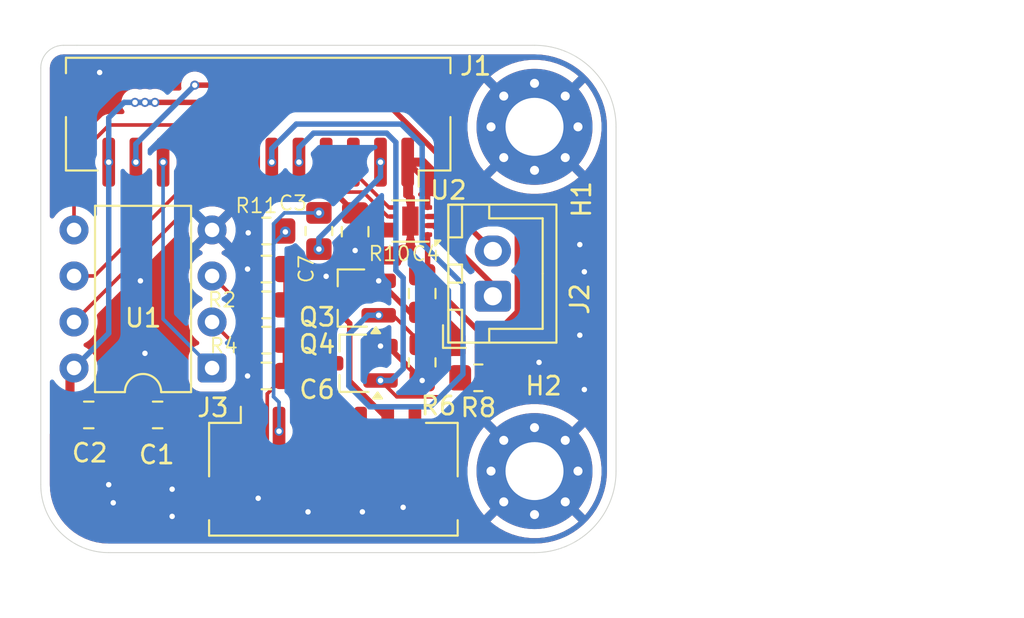
<source format=kicad_pcb>
(kicad_pcb (version 20241229) (generator "pcbnew") (generator_version "9.0")
  (layers (0 "F.Cu" signal) (2 "B.Cu" signal) (13 "F.Paste" user) (15 "B.Paste" user) (5 "F.SilkS" user "F.Silkscreen") (7 "B.SilkS" user "B.Silkscreen") (1 "F.Mask" user) (3 "B.Mask" user) (25 "Edge.Cuts" user))
  (net 0 "")
  (net 1 "GND")
  (net 2 "+3.3V")
  (net 3 "+5V")
  (net 4 "Net-(J3-Pin_2)")
  (net 5 "CS")
  (net 6 "CLK")
  (net 7 "MISO")
  (net 8 "MOSI")
  (net 9 "CH0")
  (net 10 "CH1")
  (net 12 "AIN2")
  (net 13 "GATE1")
  (net 14 "GATE2")
  (net 15 "SWITCH")
  (net 16 "AIN1")
  (net 17 "Net-(J2-Pin_2)")
  (net 18 "Net-(J2-Pin_1)")
  (net 19 "DRAIN2")
  (net 20 "DRAIN1")
  (net 24 "Net-(U1-CH1)")
  (net 25 "Net-(U1-CH0)")
  (footprint "Capacitor_SMD:C_0805_2012Metric_Pad1.18x1.45mm_HandSolder" (layer "F.Cu") (at 112.3 49.45 90)
    (property "Reference" "C4" (at 2.2 0.2 180) (layer "F.SilkS") (effects (font (size 0.8 0.8) (thickness 0.1))))
    (property "Value" "100nF")
    (fp_line (start -0.261252 -0.735) (end 0.261252 -0.735) (stroke (width 0.12)) (layer "F.SilkS"))
    (fp_line (start -0.261252 0.735) (end 0.261252 0.735) (stroke (width 0.12)) (layer "F.SilkS"))
    (pad "1" smd roundrect (at -1.0375 0 90) (size 1.175 1.45) (layers "F.Cu" "F.Mask" "F.Paste") (roundrect_rratio 0.212766) (net 1 "GND"))
    (pad "2" smd roundrect (at 1.0375 0 90) (size 1.175 1.45) (layers "F.Cu" "F.Mask" "F.Paste") (roundrect_rratio 0.212766) (net 3 "+5V"))
  )
  (footprint "Package_TO_SOT_SMD:SOT-23_Handsoldering" (layer "F.Cu") (at 108.4 49.7 180)
    (property "Reference" "Q3" (at 1.9 -1.05 0) (layer "F.SilkS"))
    (property "Value" "AO3400A")
    (fp_line (start 0.76 1.58) (end 0.76 0.65) (stroke (width 0.12)) (layer "F.SilkS"))
    (fp_line (start 0.76 1.58) (end -0.7 1.58) (stroke (width 0.12)) (layer "F.SilkS"))
    (fp_line (start 0.76 -1.58) (end 0.76 -0.65) (stroke (width 0.12)) (layer "F.SilkS"))
    (fp_line (start -0.04 -1.58) (end 0.76 -1.58) (stroke (width 0.12)) (layer "F.SilkS"))
    (fp_line (start -0.04 -1.58) (end -0.84 -1.58) (stroke (width 0.12)) (layer "F.SilkS"))
    (fp_poly (pts (xy -1.34 -1.61) (xy -1.58 -1.94) (xy -1.1 -1.94) (xy -1.34 -1.61)) (stroke (width 0.12)) (fill yes) (layer "F.SilkS"))
    (pad "1" smd roundrect (at -1.5 -0.95 180) (size 1.9 0.8) (layers "F.Cu" "F.Mask" "F.Paste") (net 13 "GATE1"))
    (pad "2" smd roundrect (at -1.5 0.95 180) (size 1.9 0.8) (layers "F.Cu" "F.Mask" "F.Paste") (net 1 "GND"))
    (pad "3" smd roundrect (at 1.5 0 180) (size 1.9 0.8) (layers "F.Cu" "F.Mask" "F.Paste") (net 20 "DRAIN1"))
  )
  (footprint "Resistor_SMD:R_0805_2012Metric_Pad1.20x1.40mm_HandSolder" (layer "F.Cu") (at 103.7 52.023333 180)
    (property "Reference" "R4" (at 2.35 -0.306667 0) (layer "F.SilkS") (effects (font (size 0.8 0.8) (thickness 0.1))))
    (property "Value" "20k")
    (fp_line (start -0.227064 0.735) (end 0.227064 0.735) (stroke (width 0.12)) (layer "F.SilkS"))
    (fp_line (start -0.227064 -0.735) (end 0.227064 -0.735) (stroke (width 0.12)) (layer "F.SilkS"))
    (pad "1" smd roundrect (at -1 0 180) (size 1.2 1.4) (layers "F.Cu" "F.Mask" "F.Paste") (roundrect_rratio 0.208333) (net 9 "CH0"))
    (pad "2" smd roundrect (at 1 0 180) (size 1.2 1.4) (layers "F.Cu" "F.Mask" "F.Paste") (roundrect_rratio 0.208333) (net 25 "Net-(U1-CH0)"))
  )
  (footprint "Capacitor_SMD:C_0805_2012Metric_Pad1.18x1.45mm_HandSolder" (layer "F.Cu") (at 103.7 48.1)
    (property "Reference" "C7" (at 2.2 0 90) (layer "F.SilkS") (effects (font (size 0.8 0.8) (thickness 0.1))))
    (property "Value" "10nF")
    (fp_line (start -0.261252 -0.735) (end 0.261252 -0.735) (stroke (width 0.12)) (layer "F.SilkS"))
    (fp_line (start -0.261252 0.735) (end 0.261252 0.735) (stroke (width 0.12)) (layer "F.SilkS"))
    (pad "1" smd roundrect (at -1.0375 0) (size 1.175 1.45) (layers "F.Cu" "F.Mask" "F.Paste") (roundrect_rratio 0.212766) (net 1 "GND"))
    (pad "2" smd roundrect (at 1.0375 0) (size 1.175 1.45) (layers "F.Cu" "F.Mask" "F.Paste") (roundrect_rratio 0.212766) (net 10 "CH1"))
  )
  (footprint "Capacitor_SMD:C_0805_2012Metric_Pad1.18x1.45mm_HandSolder" (layer "F.Cu") (at 103.7 54 180)
    (property "Reference" "C6" (at -2.8 -0.75 0) (layer "F.SilkS"))
    (property "Value" "10nF")
    (fp_line (start -0.261252 0.735) (end 0.261252 0.735) (stroke (width 0.12)) (layer "F.SilkS"))
    (fp_line (start -0.261252 -0.735) (end 0.261252 -0.735) (stroke (width 0.12)) (layer "F.SilkS"))
    (pad "1" smd roundrect (at -1.0375 0 180) (size 1.175 1.45) (layers "F.Cu" "F.Mask" "F.Paste") (roundrect_rratio 0.212766) (net 9 "CH0"))
    (pad "2" smd roundrect (at 1.0375 0 180) (size 1.175 1.45) (layers "F.Cu" "F.Mask" "F.Paste") (roundrect_rratio 0.212766) (net 1 "GND"))
  )
  (footprint "MountingHole:MountingHole_3.2mm_M3_Pad_Via" (layer "F.Cu") (at 118.5 59.25)
    (property "Reference" "H2" (at 0.5 -4.7 180) (layer "F.SilkS"))
    (property "Value" "M2")
    (pad "1" thru_hole circle (at -2.4 0) (size 0.8 0.8) (drill 0.5) (layers "*.Cu" "*.Mask") (net 1 "GND"))
    (pad "1" thru_hole circle (at -1.697056 -1.697056) (size 0.8 0.8) (drill 0.5) (layers "*.Cu" "*.Mask") (net 1 "GND"))
    (pad "1" thru_hole circle (at -1.697056 1.697056) (size 0.8 0.8) (drill 0.5) (layers "*.Cu" "*.Mask") (net 1 "GND"))
    (pad "1" thru_hole circle (at 0 -2.4) (size 0.8 0.8) (drill 0.5) (layers "*.Cu" "*.Mask") (net 1 "GND"))
    (pad "1" thru_hole circle (at 0 0) (size 6.4 6.4) (drill 3.2) (layers "*.Cu" "*.Mask") (net 1 "GND"))
    (pad "1" thru_hole circle (at 0 2.4) (size 0.8 0.8) (drill 0.5) (layers "*.Cu" "*.Mask") (net 1 "GND"))
    (pad "1" thru_hole circle (at 1.697056 -1.697056) (size 0.8 0.8) (drill 0.5) (layers "*.Cu" "*.Mask") (net 1 "GND"))
    (pad "1" thru_hole circle (at 1.697056 1.697056) (size 0.8 0.8) (drill 0.5) (layers "*.Cu" "*.Mask") (net 1 "GND"))
    (pad "1" thru_hole circle (at 2.4 0) (size 0.8 0.8) (drill 0.5) (layers "*.Cu" "*.Mask") (net 1 "GND"))
  )
  (footprint "Capacitor_SMD:C_0805_2012Metric_Pad1.18x1.45mm_HandSolder" (layer "F.Cu") (at 93.9 56.15)
    (property "Reference" "C2" (at 0.05 2.1 0) (layer "F.SilkS"))
    (property "Value" "10nF")
    (fp_line (start -0.261252 -0.735) (end 0.261252 -0.735) (stroke (width 0.12)) (layer "F.SilkS"))
    (fp_line (start -0.261252 0.735) (end 0.261252 0.735) (stroke (width 0.12)) (layer "F.SilkS"))
    (pad "1" smd roundrect (at -1.0375 0) (size 1.175 1.45) (layers "F.Cu" "F.Mask" "F.Paste") (roundrect_rratio 0.212766) (net 2 "+3.3V"))
    (pad "2" smd roundrect (at 1.0375 0) (size 1.175 1.45) (layers "F.Cu" "F.Mask" "F.Paste") (roundrect_rratio 0.212766) (net 1 "GND"))
  )
  (footprint "Resistor_SMD:R_0805_2012Metric_Pad1.20x1.40mm_HandSolder" (layer "F.Cu") (at 106.6 46 -90)
    (property "Reference" "R10" (at 1.25 -3.9 0) (layer "F.SilkS") (effects (font (size 0.8 0.8) (thickness 0.1))))
    (property "Value" "8k")
    (fp_line (start -0.227064 0.735) (end 0.227064 0.735) (stroke (width 0.12)) (layer "F.SilkS"))
    (fp_line (start -0.227064 -0.735) (end 0.227064 -0.735) (stroke (width 0.12)) (layer "F.SilkS"))
    (pad "1" smd roundrect (at -1 0 270) (size 1.2 1.4) (layers "F.Cu" "F.Mask" "F.Paste") (roundrect_rratio 0.208333) (net 4 "Net-(J3-Pin_2)"))
    (pad "2" smd roundrect (at 1 0 270) (size 1.2 1.4) (layers "F.Cu" "F.Mask" "F.Paste") (roundrect_rratio 0.208333) (net 15 "SWITCH"))
  )
  (footprint "Resistor_SMD:R_0805_2012Metric_Pad1.20x1.40mm_HandSolder" (layer "F.Cu") (at 115.4 54.1 180)
    (property "Reference" "R8" (at 0 -1.65 0) (layer "F.SilkS"))
    (property "Value" "10k")
    (fp_line (start -0.227064 0.735) (end 0.227064 0.735) (stroke (width 0.12)) (layer "F.SilkS"))
    (fp_line (start -0.227064 -0.735) (end 0.227064 -0.735) (stroke (width 0.12)) (layer "F.SilkS"))
    (pad "1" smd roundrect (at -1 0 180) (size 1.2 1.4) (layers "F.Cu" "F.Mask" "F.Paste") (roundrect_rratio 0.208333) (net 1 "GND"))
    (pad "2" smd roundrect (at 1 0 180) (size 1.2 1.4) (layers "F.Cu" "F.Mask" "F.Paste") (roundrect_rratio 0.208333) (net 14 "GATE2"))
  )
  (footprint "Package_SON:WSON-8-1EP_2x2mm_P0.5mm_EP0.9x1.6mm" (layer "F.Cu") (at 111.65 45.45 180)
    (property "Reference" "U2" (at -2.1 1.7 0) (layer "F.SilkS"))
    (property "Value" "DRV8837C")
    (fp_line (start -1 1.14) (end 1 1.14) (stroke (width 0.12)) (layer "F.SilkS"))
    (fp_line (start -1.01 -1.14) (end 0.99 -1.14) (stroke (width 0.12)) (layer "F.SilkS"))
    (fp_poly (pts (xy -1.37 -1.07) (xy -1.65 -1.07) (xy -1.37 -1.35) (xy -1.37 -1.07)) (stroke (width 0.12)) (fill yes) (layer "F.SilkS"))
    (pad "1" smd roundrect (at -0.95 -0.75 180) (size 0.5 0.25) (layers "F.Cu" "F.Mask" "F.Paste") (net 3 "+5V"))
    (pad "2" smd roundrect (at -0.95 -0.25 180) (size 0.5 0.25) (layers "F.Cu" "F.Mask" "F.Paste") (net 18 "Net-(J2-Pin_1)"))
    (pad "3" smd roundrect (at -0.95 0.25 180) (size 0.5 0.25) (layers "F.Cu" "F.Mask" "F.Paste") (net 17 "Net-(J2-Pin_2)"))
    (pad "4" smd roundrect (at -0.95 0.75 180) (size 0.5 0.25) (layers "F.Cu" "F.Mask" "F.Paste") (net 1 "GND"))
    (pad "5" smd roundrect (at 0.95 0.75 180) (size 0.5 0.25) (layers "F.Cu" "F.Mask" "F.Paste") (net 12 "AIN2"))
    (pad "6" smd roundrect (at 0.95 0.25 180) (size 0.5 0.25) (layers "F.Cu" "F.Mask" "F.Paste") (net 16 "AIN1"))
    (pad "7" smd roundrect (at 0.95 -0.25 180) (size 0.5 0.25) (layers "F.Cu" "F.Mask" "F.Paste") (net 2 "+3.3V"))
    (pad "8" smd roundrect (at 0.95 -0.75 180) (size 0.5 0.25) (layers "F.Cu" "F.Mask" "F.Paste") (net 2 "+3.3V"))
    (pad "9" smd rect (at 0 0 180) (size 0.9 1.6) (layers "F.Cu" "F.Mask") (net 1 "GND"))
  )
  (footprint "Package_DIP:DIP-8_W7.62mm" (layer "F.Cu") (at 100.705 53.56 180)
    (property "Reference" "U1" (at 3.805 2.76 0) (layer "F.SilkS"))
    (property "Value" "MCP3002")
    (fp_line (start 6.46 8.95) (end 6.46 -1.33) (stroke (width 0.12)) (layer "F.SilkS"))
    (fp_line (start 6.46 -1.33) (end 4.81 -1.33) (stroke (width 0.12)) (layer "F.SilkS"))
    (fp_line (start 2.81 -1.33) (end 1.16 -1.33) (stroke (width 0.12)) (layer "F.SilkS"))
    (fp_line (start 1.16 8.95) (end 6.46 8.95) (stroke (width 0.12)) (layer "F.SilkS"))
    (fp_line (start 1.16 -1.33) (end 1.16 8.95) (stroke (width 0.12)) (layer "F.SilkS"))
    (fp_arc (start 4.81 -1.33) (mid 3.81 -0.33) (end 2.81 -1.33) (stroke (width 0.12)) (layer "F.SilkS"))
    (pad "1" thru_hole roundrect (at 0 0 180) (size 1.6 1.6) (drill 0.8) (layers "*.Cu" "*.Mask") (roundrect_rratio 0.15625) (net 5 "CS"))
    (pad "2" thru_hole circle (at 0 2.54 180) (size 1.6 1.6) (drill 0.8) (layers "*.Cu" "*.Mask") (net 25 "Net-(U1-CH0)"))
    (pad "3" thru_hole circle (at 0 5.08 180) (size 1.6 1.6) (drill 0.8) (layers "*.Cu" "*.Mask") (net 24 "Net-(U1-CH1)"))
    (pad "4" thru_hole circle (at 0 7.62 180) (size 1.6 1.6) (drill 0.8) (layers "*.Cu" "*.Mask") (net 1 "GND"))
    (pad "5" thru_hole circle (at 7.62 7.62 180) (size 1.6 1.6) (drill 0.8) (layers "*.Cu" "*.Mask") (net 8 "MOSI"))
    (pad "6" thru_hole circle (at 7.62 5.08 180) (size 1.6 1.6) (drill 0.8) (layers "*.Cu" "*.Mask") (net 7 "MISO"))
    (pad "7" thru_hole circle (at 7.62 2.54 180) (size 1.6 1.6) (drill 0.8) (layers "*.Cu" "*.Mask") (net 6 "CLK"))
    (pad "8" thru_hole circle (at 7.62 0 180) (size 1.6 1.6) (drill 0.8) (layers "*.Cu" "*.Mask") (net 2 "+3.3V"))
  )
  (footprint "MountingHole:MountingHole_3.2mm_M3_Pad_Via" (layer "F.Cu") (at 118.5 40.25)
    (property "Reference" "H1" (at 2.6 4.002944 90) (layer "F.SilkS"))
    (property "Value" "M1")
    (pad "1" thru_hole circle (at -2.4 0) (size 0.8 0.8) (drill 0.5) (layers "*.Cu" "*.Mask") (net 1 "GND"))
    (pad "1" thru_hole circle (at -1.697056 -1.697056) (size 0.8 0.8) (drill 0.5) (layers "*.Cu" "*.Mask") (net 1 "GND"))
    (pad "1" thru_hole circle (at -1.697056 1.697056) (size 0.8 0.8) (drill 0.5) (layers "*.Cu" "*.Mask") (net 1 "GND"))
    (pad "1" thru_hole circle (at 0 -2.4) (size 0.8 0.8) (drill 0.5) (layers "*.Cu" "*.Mask") (net 1 "GND"))
    (pad "1" thru_hole circle (at 0 0) (size 6.4 6.4) (drill 3.2) (layers "*.Cu" "*.Mask") (net 1 "GND"))
    (pad "1" thru_hole circle (at 0 2.4) (size 0.8 0.8) (drill 0.5) (layers "*.Cu" "*.Mask") (net 1 "GND"))
    (pad "1" thru_hole circle (at 1.697056 -1.697056) (size 0.8 0.8) (drill 0.5) (layers "*.Cu" "*.Mask") (net 1 "GND"))
    (pad "1" thru_hole circle (at 1.697056 1.697056) (size 0.8 0.8) (drill 0.5) (layers "*.Cu" "*.Mask") (net 1 "GND"))
    (pad "1" thru_hole circle (at 2.4 0) (size 0.8 0.8) (drill 0.5) (layers "*.Cu" "*.Mask") (net 1 "GND"))
  )
  (footprint "Connector_JST:JST_ZH_S7B-ZR-SM4A-TF_1x07-1MP_P1.50mm_Horizontal" (layer "F.Cu") (at 107.4 58.7)
    (property "Reference" "J3" (at -6.65 -2.95 0) (layer "F.SilkS"))
    (property "Value" "Conn_01x07_Pin")
    (fp_line (start -6.86 -2.11) (end -5.11 -2.11) (stroke (width 0.12)) (layer "F.SilkS"))
    (fp_line (start -6.86 0.84) (end -6.86 -2.11) (stroke (width 0.12)) (layer "F.SilkS"))
    (fp_line (start -6.86 3.26) (end -6.86 4.11) (stroke (width 0.12)) (layer "F.SilkS"))
    (fp_line (start -6.86 4.11) (end 6.86 4.11) (stroke (width 0.12)) (layer "F.SilkS"))
    (fp_line (start -5.11 -2.11) (end -5.11 -3) (stroke (width 0.12)) (layer "F.SilkS"))
    (fp_line (start 6.86 -2.11) (end 5.11 -2.11) (stroke (width 0.12)) (layer "F.SilkS"))
    (fp_line (start 6.86 0.84) (end 6.86 -2.11) (stroke (width 0.12)) (layer "F.SilkS"))
    (fp_line (start 6.86 4.11) (end 6.86 3.26) (stroke (width 0.12)) (layer "F.SilkS"))
    (pad "1" smd roundrect (at -4.5 -1.65) (size 0.7 2.7) (layers "F.Cu" "F.Mask" "F.Paste") (net 1 "GND"))
    (pad "2" smd roundrect (at -3 -1.65) (size 0.7 2.7) (layers "F.Cu" "F.Mask" "F.Paste") (net 4 "Net-(J3-Pin_2)"))
    (pad "3" smd roundrect (at -1.5 -1.65) (size 0.7 2.7) (layers "F.Cu" "F.Mask" "F.Paste") (net 10 "CH1"))
    (pad "4" smd roundrect (at 0 -1.65) (size 0.7 2.7) (layers "F.Cu" "F.Mask" "F.Paste") (net 9 "CH0"))
    (pad "5" smd roundrect (at 1.5 -1.65) (size 0.7 2.7) (layers "F.Cu" "F.Mask" "F.Paste") (net 19 "DRAIN2"))
    (pad "6" smd roundrect (at 3 -1.65) (size 0.7 2.7) (layers "F.Cu" "F.Mask" "F.Paste") (net 20 "DRAIN1"))
    (pad "7" smd roundrect (at 4.5 -1.65) (size 0.7 2.7) (layers "F.Cu" "F.Mask" "F.Paste") (net 3 "+5V"))
    (pad "MP" smd roundrect (at -6.45 2.05) (size 1.1 1.9) (layers "F.Cu" "F.Mask" "F.Paste") (roundrect_rratio 0.227273))
    (pad "MP" smd roundrect (at 6.45 2.05) (size 1.1 1.9) (layers "F.Cu" "F.Mask" "F.Paste") (roundrect_rratio 0.227273))
  )
  (footprint "Resistor_SMD:R_0805_2012Metric_Pad1.20x1.40mm_HandSolder" (layer "F.Cu") (at 103.7 46)
    (property "Reference" "R11" (at -0.55 -1.4 0) (layer "F.SilkS") (effects (font (size 0.8 0.8) (thickness 0.1))))
    (property "Value" "10k")
    (fp_line (start -0.227064 -0.735) (end 0.227064 -0.735) (stroke (width 0.12)) (layer "F.SilkS"))
    (fp_line (start -0.227064 0.735) (end 0.227064 0.735) (stroke (width 0.12)) (layer "F.SilkS"))
    (pad "1" smd roundrect (at -1 0) (size 1.2 1.4) (layers "F.Cu" "F.Mask" "F.Paste") (roundrect_rratio 0.208333) (net 1 "GND"))
    (pad "2" smd roundrect (at 1 0) (size 1.2 1.4) (layers "F.Cu" "F.Mask" "F.Paste") (roundrect_rratio 0.208333) (net 4 "Net-(J3-Pin_2)"))
  )
  (footprint "Capacitor_SMD:C_0805_2012Metric_Pad1.18x1.45mm_HandSolder" (layer "F.Cu") (at 97.7 56.15 180)
    (property "Reference" "C1" (at 0.05 -2.2 0) (layer "F.SilkS"))
    (property "Value" "100nF")
    (fp_line (start -0.261252 0.735) (end 0.261252 0.735) (stroke (width 0.12)) (layer "F.SilkS"))
    (fp_line (start -0.261252 -0.735) (end 0.261252 -0.735) (stroke (width 0.12)) (layer "F.SilkS"))
    (pad "1" smd roundrect (at -1.0375 0 180) (size 1.175 1.45) (layers "F.Cu" "F.Mask" "F.Paste") (roundrect_rratio 0.212766) (net 2 "+3.3V"))
    (pad "2" smd roundrect (at 1.0375 0 180) (size 1.175 1.45) (layers "F.Cu" "F.Mask" "F.Paste") (roundrect_rratio 0.212766) (net 1 "GND"))
  )
  (footprint "Package_TO_SOT_SMD:SOT-23_Handsoldering" (layer "F.Cu") (at 108.5 53.3 180)
    (property "Reference" "Q4" (at 2 1.05 0) (layer "F.SilkS"))
    (property "Value" "2N7002")
    (fp_line (start 0.76 1.58) (end 0.76 0.65) (stroke (width 0.12)) (layer "F.SilkS"))
    (fp_line (start 0.76 1.58) (end -0.7 1.58) (stroke (width 0.12)) (layer "F.SilkS"))
    (fp_line (start 0.76 -1.58) (end 0.76 -0.65) (stroke (width 0.12)) (layer "F.SilkS"))
    (fp_line (start -0.04 -1.58) (end 0.76 -1.58) (stroke (width 0.12)) (layer "F.SilkS"))
    (fp_line (start -0.04 -1.58) (end -0.84 -1.58) (stroke (width 0.12)) (layer "F.SilkS"))
    (fp_poly (pts (xy -1.34 -1.61) (xy -1.58 -1.94) (xy -1.1 -1.94) (xy -1.34 -1.61)) (stroke (width 0.12)) (fill yes) (layer "F.SilkS"))
    (pad "1" smd roundrect (at -1.5 -0.95 180) (size 1.9 0.8) (layers "F.Cu" "F.Mask" "F.Paste") (net 14 "GATE2"))
    (pad "2" smd roundrect (at -1.5 0.95 180) (size 1.9 0.8) (layers "F.Cu" "F.Mask" "F.Paste") (net 1 "GND"))
    (pad "3" smd roundrect (at 1.5 0 180) (size 1.9 0.8) (layers "F.Cu" "F.Mask" "F.Paste") (net 19 "DRAIN2"))
  )
  (footprint "Connector_JST:JST_XH_B2B-XH-A_1x02_P2.50mm_Vertical" (layer "F.Cu") (at 116.2 49.6 90)
    (property "Reference" "J2" (at -0.15 4.8 90) (layer "F.SilkS"))
    (property "Value" "MOTOR_CONN")
    (fp_line (start -1.6 -2.75) (end -2.85 -2.75) (stroke (width 0.12)) (layer "F.SilkS"))
    (fp_line (start -2.85 -2.75) (end -2.85 -1.5) (stroke (width 0.12)) (layer "F.SilkS"))
    (fp_line (start 5.06 -2.46) (end -2.56 -2.46) (stroke (width 0.12)) (layer "F.SilkS"))
    (fp_line (start -2.56 -2.46) (end -2.56 3.51) (stroke (width 0.12)) (layer "F.SilkS"))
    (fp_line (start 5.05 -2.45) (end 3.25 -2.45) (stroke (width 0.12)) (layer "F.SilkS"))
    (fp_line (start 3.25 -2.45) (end 3.25 -1.7) (stroke (width 0.12)) (layer "F.SilkS"))
    (fp_line (start 1.75 -2.45) (end 0.75 -2.45) (stroke (width 0.12)) (layer "F.SilkS"))
    (fp_line (start 0.75 -2.45) (end 0.75 -1.7) (stroke (width 0.12)) (layer "F.SilkS"))
    (fp_line (start -0.75 -2.45) (end -2.55 -2.45) (stroke (width 0.12)) (layer "F.SilkS"))
    (fp_line (start -2.55 -2.45) (end -2.55 -1.7) (stroke (width 0.12)) (layer "F.SilkS"))
    (fp_line (start 5.05 -1.7) (end 5.05 -2.45) (stroke (width 0.12)) (layer "F.SilkS"))
    (fp_line (start 3.25 -1.7) (end 5.05 -1.7) (stroke (width 0.12)) (layer "F.SilkS"))
    (fp_line (start 1.75 -1.7) (end 1.75 -2.45) (stroke (width 0.12)) (layer "F.SilkS"))
    (fp_line (start 0.75 -1.7) (end 1.75 -1.7) (stroke (width 0.12)) (layer "F.SilkS"))
    (fp_line (start -0.75 -1.7) (end -0.75 -2.45) (stroke (width 0.12)) (layer "F.SilkS"))
    (fp_line (start -2.55 -1.7) (end -0.75 -1.7) (stroke (width 0.12)) (layer "F.SilkS"))
    (fp_line (start 5.05 -0.2) (end 4.3 -0.2) (stroke (width 0.12)) (layer "F.SilkS"))
    (fp_line (start 4.3 -0.2) (end 4.3 2.75) (stroke (width 0.12)) (layer "F.SilkS"))
    (fp_line (start -1.8 -0.2) (end -1.8 2.75) (stroke (width 0.12)) (layer "F.SilkS"))
    (fp_line (start -2.55 -0.2) (end -1.8 -0.2) (stroke (width 0.12)) (layer "F.SilkS"))
    (fp_line (start 4.3 2.75) (end 1.25 2.75) (stroke (width 0.12)) (layer "F.SilkS"))
    (fp_line (start -1.8 2.75) (end 1.25 2.75) (stroke (width 0.12)) (layer "F.SilkS"))
    (fp_line (start 5.06 3.51) (end 5.06 -2.46) (stroke (width 0.12)) (layer "F.SilkS"))
    (fp_line (start -2.56 3.51) (end 5.06 3.51) (stroke (width 0.12)) (layer "F.SilkS"))
    (pad "1" thru_hole roundrect (at 0 0 90) (size 1.7 2) (drill 1) (layers "*.Cu" "*.Mask") (roundrect_rratio 0.147059) (net 18 "Net-(J2-Pin_1)"))
    (pad "2" thru_hole oval (at 2.5 0 90) (size 1.7 2) (drill 1) (layers "*.Cu" "*.Mask") (net 17 "Net-(J2-Pin_2)"))
  )
  (footprint "Capacitor_SMD:C_0805_2012Metric_Pad1.18x1.45mm_HandSolder" (layer "F.Cu") (at 108.6 46.0375 90)
    (property "Reference" "C3" (at 1.5775 -3.43 180) (layer "F.SilkS") (effects (font (size 0.8 0.8) (thickness 0.1))))
    (property "Value" "100nF")
    (fp_line (start -0.261252 -0.735) (end 0.261252 -0.735) (stroke (width 0.12)) (layer "F.SilkS"))
    (fp_line (start -0.261252 0.735) (end 0.261252 0.735) (stroke (width 0.12)) (layer "F.SilkS"))
    (pad "1" smd roundrect (at -1.0375 0 90) (size 1.175 1.45) (layers "F.Cu" "F.Mask" "F.Paste") (roundrect_rratio 0.212766) (net 1 "GND"))
    (pad "2" smd roundrect (at 1.0375 0 90) (size 1.175 1.45) (layers "F.Cu" "F.Mask" "F.Paste") (roundrect_rratio 0.212766) (net 2 "+3.3V"))
  )
  (footprint "Resistor_SMD:R_0805_2012Metric_Pad1.20x1.40mm_HandSolder" (layer "F.Cu") (at 112.3 53.25 90)
    (property "Reference" "R6" (at -2.4 0.9 180) (layer "F.SilkS"))
    (property "Value" "10k")
    (fp_line (start -0.227064 -0.735) (end 0.227064 -0.735) (stroke (width 0.12)) (layer "F.SilkS"))
    (fp_line (start -0.227064 0.735) (end 0.227064 0.735) (stroke (width 0.12)) (layer "F.SilkS"))
    (pad "1" smd roundrect (at -1 0 90) (size 1.2 1.4) (layers "F.Cu" "F.Mask" "F.Paste") (roundrect_rratio 0.208333) (net 1 "GND"))
    (pad "2" smd roundrect (at 1 0 90) (size 1.2 1.4) (layers "F.Cu" "F.Mask" "F.Paste") (roundrect_rratio 0.208333) (net 13 "GATE1"))
  )
  (footprint "Connector_JST:JST_ZH_S12B-ZR-SM4A-TF_1x12-1MP_P1.50mm_Horizontal" (layer "F.Cu") (at 103.25 40.55 180)
    (property "Reference" "J1" (at -12 3.65 0) (layer "F.SilkS"))
    (property "Value" "Conn_01x12_Pin")
    (fp_line (start 10.61 4.11) (end 10.61 3.26) (stroke (width 0.12)) (layer "F.SilkS"))
    (fp_line (start 10.61 0.84) (end 10.61 -2.11) (stroke (width 0.12)) (layer "F.SilkS"))
    (fp_line (start 10.61 -2.11) (end 8.86 -2.11) (stroke (width 0.12)) (layer "F.SilkS"))
    (fp_line (start -8.86 -2.11) (end -8.86 -3) (stroke (width 0.12)) (layer "F.SilkS"))
    (fp_line (start -10.61 4.11) (end 10.61 4.11) (stroke (width 0.12)) (layer "F.SilkS"))
    (fp_line (start -10.61 3.26) (end -10.61 4.11) (stroke (width 0.12)) (layer "F.SilkS"))
    (fp_line (start -10.61 0.84) (end -10.61 -2.11) (stroke (width 0.12)) (layer "F.SilkS"))
    (fp_line (start -10.61 -2.11) (end -8.86 -2.11) (stroke (width 0.12)) (layer "F.SilkS"))
    (pad "1" smd roundrect (at -8.25 -1.65 180) (size 0.7 2.7) (layers "F.Cu" "F.Mask" "F.Paste") (net 1 "GND"))
    (pad "2" smd roundrect (at -6.75 -1.65 180) (size 0.7 2.7) (layers "F.Cu" "F.Mask" "F.Paste") (net 15 "SWITCH"))
    (pad "3" smd roundrect (at -5.25 -1.65 180) (size 0.7 2.7) (layers "F.Cu" "F.Mask" "F.Paste") (net 12 "AIN2"))
    (pad "4" smd roundrect (at -3.75 -1.65 180) (size 0.7 2.7) (layers "F.Cu" "F.Mask" "F.Paste") (net 16 "AIN1"))
    (pad "5" smd roundrect (at -2.25 -1.65 180) (size 0.7 2.7) (layers "F.Cu" "F.Mask" "F.Paste") (net 14 "GATE2"))
    (pad "6" smd roundrect (at -0.75 -1.65 180) (size 0.7 2.7) (layers "F.Cu" "F.Mask" "F.Paste") (net 13 "GATE1"))
    (pad "7" smd roundrect (at 0.75 -1.65 180) (size 0.7 2.7) (layers "F.Cu" "F.Mask" "F.Paste") (net 8 "MOSI"))
    (pad "8" smd roundrect (at 2.25 -1.65 180) (size 0.7 2.7) (layers "F.Cu" "F.Mask" "F.Paste") (net 7 "MISO"))
    (pad "9" smd roundrect (at 3.75 -1.65 180) (size 0.7 2.7) (layers "F.Cu" "F.Mask" "F.Paste") (net 6 "CLK"))
    (pad "10" smd roundrect (at 5.25 -1.65 180) (size 0.7 2.7) (layers "F.Cu" "F.Mask" "F.Paste") (net 5 "CS"))
    (pad "11" smd roundrect (at 6.75 -1.65 180) (size 0.7 2.7) (layers "F.Cu" "F.Mask" "F.Paste") (net 3 "+5V"))
    (pad "12" smd roundrect (at 8.25 -1.65 180) (size 0.7 2.7) (layers "F.Cu" "F.Mask" "F.Paste") (net 2 "+3.3V"))
    (pad "MP" smd roundrect (at -10.2 2.05 180) (size 1.1 1.9) (layers "F.Cu" "F.Mask" "F.Paste") (roundrect_rratio 0.227273))
    (pad "MP" smd roundrect (at 10.2 2.05 180) (size 1.1 1.9) (layers "F.Cu" "F.Mask" "F.Paste") (roundrect_rratio 0.227273))
  )
  (footprint "Resistor_SMD:R_0805_2012Metric_Pad1.20x1.40mm_HandSolder" (layer "F.Cu") (at 103.7 50.076667 180)
    (property "Reference" "R2" (at 2.45 0.276667 0) (layer "F.SilkS") (effects (font (size 0.8 0.8) (thickness 0.1))))
    (property "Value" "20k")
    (fp_line (start -0.227064 0.735) (end 0.227064 0.735) (stroke (width 0.12)) (layer "F.SilkS"))
    (fp_line (start -0.227064 -0.735) (end 0.227064 -0.735) (stroke (width 0.12)) (layer "F.SilkS"))
    (pad "1" smd roundrect (at -1 0 180) (size 1.2 1.4) (layers "F.Cu" "F.Mask" "F.Paste") (roundrect_rratio 0.208333) (net 10 "CH1"))
    (pad "2" smd roundrect (at 1 0 180) (size 1.2 1.4) (layers "F.Cu" "F.Mask" "F.Paste") (roundrect_rratio 0.208333) (net 24 "Net-(U1-CH1)"))
  )
  (gr_arc (start 123 59.25) (mid 121.681981 62.431981) (end 118.5 63.75) (stroke (width 0.05)) (layer "Edge.Cuts"))
  (gr_arc (start 118.5 35.75) (mid 121.681981 37.068019) (end 123 40.25) (stroke (width 0.05)) (layer "Edge.Cuts"))
  (gr_line (start 92.5 35.75) (end 93.25 35.75) (stroke (width 0.05)) (layer "Edge.Cuts"))
  (gr_line (start 91.25 60) (end 91.25 37) (stroke (width 0.05)) (layer "Edge.Cuts"))
  (gr_line (start 118.5 63.75) (end 95 63.75) (stroke (width 0.05)) (layer "Edge.Cuts"))
  (gr_arc (start 95 63.75) (mid 92.34835 62.65165) (end 91.25 60) (stroke (width 0.05)) (layer "Edge.Cuts"))
  (gr_line (start 118.5 35.75) (end 93.25 35.75) (stroke (width 0.05)) (layer "Edge.Cuts"))
  (gr_line (start 123 59.25) (end 123 40.25) (stroke (width 0.05)) (layer "Edge.Cuts"))
  (gr_arc (start 91.25 37) (mid 91.616117 36.116117) (end 92.5 35.75) (stroke (width 0.05)) (layer "Edge.Cuts"))
  (segment (start 113.35 53.2) (end 112.3 54.25) (width 0.3) (layer "F.Cu") (net 1))
  (segment (start 112.6 43.3) (end 111.5 42.2) (width 0.3) (layer "F.Cu") (net 1))
  (segment (start 112.3 50.4875) (end 113.35 51.5375) (width 0.3) (layer "F.Cu") (net 1))
  (segment (start 112.3 50.4875) (end 111.6375 50.4875) (width 0.3) (layer "F.Cu") (net 1))
  (segment (start 111.65 42.35) (end 111.5 42.2) (width 0.3) (layer "F.Cu") (net 1))
  (segment (start 111.65 45.45) (end 111.65 42.35) (width 0.3) (layer "F.Cu") (net 1))
  (segment (start 110.6 52.35) (end 110.6 52.55) (width 0.3) (layer "F.Cu") (net 1))
  (segment (start 113.35 51.5375) (end 113.35 53.2) (width 0.3) (layer "F.Cu") (net 1))
  (segment (start 112.6 44.7) (end 112.6 43.3) (width 0.3) (layer "F.Cu") (net 1))
  (segment (start 111.6375 50.4875) (end 109.9 48.75) (width 0.3) (layer "F.Cu") (net 1))
  (segment (start 110.6 52.55) (end 112.3 54.25) (width 0.3) (layer "F.Cu") (net 1))
  (via (at 121 46.75) (size 0.5) (drill 0.3) (layers "F.Cu" "B.Cu") (net 1))
  (via (at 118.75 53.25) (size 0.5) (drill 0.3) (layers "F.Cu" "B.Cu") (net 1))
  (via (at 102.7 46.1) (size 0.6) (drill 0.3) (layers "F.Cu" "B.Cu") (net 1))
  (via (at 95 60) (size 0.5) (drill 0.3) (layers "F.Cu" "B.Cu") (net 1))
  (via (at 109 61.5) (size 0.5) (drill 0.3) (layers "F.Cu" "B.Cu") (net 1))
  (via (at 108.6 47.075) (size 0.6) (drill 0.3) (layers "F.Cu" "B.Cu") (net 1))
  (via (at 107 48.5) (size 0.5) (drill 0.3) (layers "F.Cu" "B.Cu") (net 1))
  (via (at 102.6625 54) (size 0.6) (drill 0.3) (layers "F.Cu" "B.Cu") (net 1))
  (via (at 97 52.75) (size 0.5) (drill 0.3) (layers "F.Cu" "B.Cu") (net 1))
  (via (at 121.25 48.25) (size 0.5) (drill 0.3) (layers "F.Cu" "B.Cu") (net 1))
  (via (at 96.75 48.75) (size 0.5) (drill 0.3) (layers "F.Cu" "B.Cu") (net 1))
  (via (at 109.9 48.75) (size 0.5) (drill 0.3) (layers "F.Cu" "B.Cu") (net 1))
  (via (at 95.25 61) (size 0.5) (drill 0.3) (layers "F.Cu" "B.Cu") (net 1))
  (via (at 103.25 60.75) (size 0.5) (drill 0.3) (layers "F.Cu" "B.Cu") (net 1))
  (via (at 98.5 61.75) (size 0.5) (drill 0.3) (layers "F.Cu" "B.Cu") (net 1))
  (via (at 94.5 37.25) (size 0.5) (drill 0.3) (layers "F.Cu" "B.Cu") (net 1))
  (via (at 112.3 54.25) (size 0.5) (drill 0.3) (layers "F.Cu" "B.Cu") (net 1))
  (via (at 106 61.5) (size 0.5) (drill 0.3) (layers "F.Cu" "B.Cu") (net 1))
  (via (at 111.25 61.25) (size 0.5) (drill 0.3) (layers "F.Cu" "B.Cu") (net 1))
  (via (at 102.6625 48.1) (size 0.6) (drill 0.3) (layers "F.Cu" "B.Cu") (net 1))
  (via (at 110 52.35) (size 0.5) (drill 0.3) (layers "F.Cu" "B.Cu") (net 1))
  (via (at 121 51.75) (size 0.5) (drill 0.3) (layers "F.Cu" "B.Cu") (net 1))
  (via (at 98.5 60.25) (size 0.5) (drill 0.3) (layers "F.Cu" "B.Cu") (net 1))
  (via (at 121.25 54.75) (size 0.5) (drill 0.3) (layers "F.Cu" "B.Cu") (net 1))
  (segment (start 94.0385 57.326) (end 92.8625 56.15) (width 0.5) (layer "F.Cu") (net 2))
  (segment (start 109.8375 46.2) (end 108.6 44.9625) (width 0.3) (layer "F.Cu") (net 2))
  (segment (start 110.25 45.75) (end 110.25 46.2) (width 0.3) (layer "F.Cu") (net 2))
  (segment (start 97 38.9) (end 96.4 38.9) (width 0.3) (layer "F.Cu") (net 2))
  (segment (start 109.4625 44.9625) (end 108.6 44.9625) (width 0.3) (layer "F.Cu") (net 2))
  (segment (start 98.7375 56.15) (end 97.5615 57.326) (width 0.5) (layer "F.Cu") (net 2))
  (segment (start 110.7 46.2) (end 110.25 46.2) (width 0.3) (layer "F.Cu") (net 2))
  (segment (start 96.45 38.9) (end 96.55 38.9) (width 0.3) (layer "F.Cu") (net 2))
  (segment (start 109.625 45.125) (end 109.4 45.35) (width 0.3) (layer "F.Cu") (net 2))
  (segment (start 97.5615 57.326) (end 94.0385 57.326) (width 0.5) (layer "F.Cu") (net 2))
  (segment (start 92.8625 56.15) (end 92.8625 53.7825) (width 0.5) (layer "F.Cu") (net 2))
  (segment (start 110.2 45.7) (end 110.25 45.75) (width 0.3) (layer "F.Cu") (net 2))
  (segment (start 103.201 40.802274) (end 101.298726 38.9) (width 0.3) (layer "F.Cu") (net 2))
  (segment (start 110.2 45.7) (end 110 45.7) (width 0.3) (layer "F.Cu") (net 2))
  (segment (start 109.4 45.35) (end 109.525 45.475) (width 0.3) (layer "F.Cu") (net 2))
  (segment (start 109.4625 44.9625) (end 109.4 45.025) (width 0.3) (layer "F.Cu") (net 2))
  (segment (start 110.25 46.2) (end 109.75 45.7) (width 0.3) (layer "F.Cu") (net 2))
  (segment (start 108.6 44.9625) (end 109.0125 44.9625) (width 0.3) (layer "F.Cu") (net 2))
  (segment (start 103.201 43.597726) (end 103.201 40.802274) (width 0.3) (layer "F.Cu") (net 2))
  (segment (start 110.7 45.7) (end 110.3375 45.7) (width 0.3) (layer "F.Cu") (net 2))
  (segment (start 109.625 45.125) (end 109.4625 44.9625) (width 0.3) (layer "F.Cu") (net 2))
  (segment (start 109.525 45.475) (end 109.75 45.7) (width 0.3) (layer "F.Cu") (net 2))
  (segment (start 92.8625 53.7825) (end 93.085 53.56) (width 0.5) (layer "F.Cu") (net 2))
  (segment (start 109.75 45.5) (end 109.75 45.7) (width 0.3) (layer "F.Cu") (net 2))
  (segment (start 110.7 45.7) (end 110.2 45.7) (width 0.3) (layer "F.Cu") (net 2))
  (segment (start 109.875 45.375) (end 109.75 45.5) (width 0.3) (layer "F.Cu") (net 2))
  (segment (start 109.4 45.025) (end 109.4 45.35) (width 0.3) (layer "F.Cu") (net 2))
  (segment (start 110.2 45.7) (end 109.875 45.375) (width 0.3) (layer "F.Cu") (net 2))
  (segment (start 109.0125 44.9625) (end 109.4 45.35) (width 0.3) (layer "F.Cu") (net 2))
  (segment (start 110 45.7) (end 109.75 45.7) (width 0.3) (layer "F.Cu") (net 2))
  (segment (start 96.4 38.9) (end 96.45 38.9) (width 0.3) (layer "F.Cu") (net 2))
  (segment (start 109.875 45.375) (end 109.75 45.25) (width 0.3) (layer "F.Cu") (net 2))
  (segment (start 110.7 45.7) (end 110 45.7) (width 0.3) (layer "F.Cu") (net 2))
  (segment (start 108.6 45) (end 107.649 44.049) (width 0.3) (layer "F.Cu") (net 2))
  (segment (start 110.3375 45.7) (end 109.8375 46.2) (width 0.3) (layer "F.Cu") (net 2))
  (segment (start 109.75 45.25) (end 109.625 45.125) (width 0.3) (layer "F.Cu") (net 2))
  (segment (start 109.75 45.25) (end 109.525 45.475) (width 0.3) (layer "F.Cu") (net 2))
  (segment (start 101.298726 38.9) (end 97.55 38.9) (width 0.3) (layer "F.Cu") (net 2))
  (segment (start 103.652274 44.049) (end 103.201 43.597726) (width 0.3) (layer "F.Cu") (net 2))
  (segment (start 97.55 38.9) (end 97 38.9) (width 0.3) (layer "F.Cu") (net 2))
  (segment (start 110.7 46.2) (end 109.8375 46.2) (width 0.3) (layer "F.Cu") (net 2))
  (segment (start 107.649 44.049) (end 103.652274 44.049) (width 0.3) (layer "F.Cu") (net 2))
  (segment (start 110.7 46.2) (end 110.2 45.7) (width 0.3) (layer "F.Cu") (net 2))
  (segment (start 110.7 45.7) (end 110.7 46.2) (width 0.3) (layer "F.Cu") (net 2))
  (via (at 96.45 38.9) (size 0.5) (drill 0.3) (layers "F.Cu" "B.Cu") (net 2))
  (via (at 97 38.9) (size 0.5) (drill 0.3) (layers "F.Cu" "B.Cu") (net 2))
  (via (at 97.55 38.9) (size 0.5) (drill 0.3) (layers "F.Cu" "B.Cu") (net 2))
  (via (at 95 42.2) (size 0.5) (drill 0.3) (layers "F.Cu" "B.Cu") (net 2))
  (segment (start 95 51.645) (end 93.085 53.56) (width 0.3) (layer "B.Cu") (net 2))
  (segment (start 95 51.645) (end 95 42.2) (width 0.3) (layer "B.Cu") (net 2))
  (segment (start 97.55 38.9) (end 96.45 38.9) (width 0.3) (layer "B.Cu") (net 2))
  (segment (start 95.85 38.9) (end 95 39.75) (width 0.3) (layer "B.Cu") (net 2))
  (segment (start 95 39.75) (end 95 42.2) (width 0.3) (layer "B.Cu") (net 2))
  (segment (start 96.45 38.9) (end 95.85 38.9) (width 0.3) (layer "B.Cu") (net 2))
  (segment (start 115.60687 52.4) (end 117.551 50.45587) (width 0.3) (layer "F.Cu") (net 3))
  (segment (start 115.351 52.4) (end 115.351 54.80587) (width 0.3) (layer "F.Cu") (net 3))
  (segment (start 112.6 46.2) (end 112.6 48.1125) (width 0.3) (layer "F.Cu") (net 3))
  (segment (start 113.10687 57.05) (end 111.9 57.05) (width 0.3) (layer "F.Cu") (net 3))
  (segment (start 99.75 37.95) (end 99.9 37.95) (width 0.3) (layer "F.Cu") (net 3))
  (segment (start 115.351 52.4) (end 115.60687 52.4) (width 0.3) (layer "F.Cu") (net 3))
  (segment (start 115.351 51.4635) (end 115.351 52.4) (width 0.3) (layer "F.Cu") (net 3))
  (segment (start 109.348726 37.95) (end 99.75 37.95) (width 0.3) (layer "F.Cu") (net 3))
  (segment (start 117.551 46.152274) (end 109.348726 37.95) (width 0.3) (layer "F.Cu") (net 3))
  (segment (start 112.6 48.1125) (end 112.3 48.4125) (width 0.3) (layer "F.Cu") (net 3))
  (segment (start 117.551 50.45587) (end 117.551 46.152274) (width 0.3) (layer "F.Cu") (net 3))
  (segment (start 115.351 54.80587) (end 113.10687 57.05) (width 0.3) (layer "F.Cu") (net 3))
  (segment (start 112.3 48.4125) (end 115.351 51.4635) (width 0.3) (layer "F.Cu") (net 3))
  (via (at 96.5 42.2) (size 0.5) (drill 0.3) (layers "F.Cu" "B.Cu") (net 3))
  (via (at 99.75 37.95) (size 0.5) (drill 0.3) (layers "F.Cu" "B.Cu") (net 3))
  (segment (start 99.75 37.95) (end 96.5 41.2) (width 0.3) (layer "B.Cu") (net 3))
  (segment (start 96.5 41.2) (end 96.5 42.2) (width 0.3) (layer "B.Cu") (net 3))
  (via (at 104.749293 46.049293) (size 0.6) (drill 0.3) (layers "F.Cu" "B.Cu") (net 4))
  (via (at 106.6 45) (size 0.6) (drill 0.3) (layers "F.Cu" "B.Cu") (net 4))
  (via (at 104.4 57.05) (size 0.5) (drill 0.3) (layers "F.Cu" "B.Cu") (net 4))
  (segment (start 104.099 47.05) (end 104.099 46.699586) (width 0.2) (layer "B.Cu") (net 4))
  (segment (start 104.4 55.45) (end 104.099 55.149) (width 0.2) (layer "B.Cu") (net 4))
  (segment (start 104.099 46.699586) (end 104.749293 46.049293) (width 0.2) (layer "B.Cu") (net 4))
  (segment (start 104.7 45) (end 106.6 45) (width 0.2) (layer "B.Cu") (net 4))
  (segment (start 104.4 57.05) (end 104.4 55.45) (width 0.2) (layer "B.Cu") (net 4))
  (segment (start 104.099 47.05) (end 104.099 45.601) (width 0.2) (layer "B.Cu") (net 4))
  (segment (start 104.099 55.149) (end 104.099 47.05) (width 0.2) (layer "B.Cu") (net 4))
  (segment (start 104.749293 46.049293) (end 104.798586 46) (width 0.3) (layer "B.Cu") (net 4))
  (segment (start 104.099 45.601) (end 104.7 45) (width 0.2) (layer "B.Cu") (net 4))
  (via (at 98 42.2) (size 0.5) (drill 0.3) (layers "F.Cu" "B.Cu") (net 5))
  (segment (start 98 50.855) (end 100.705 53.56) (width 0.2) (layer "B.Cu") (net 5))
  (segment (start 98 50.855) (end 98 42.2) (width 0.2) (layer "B.Cu") (net 5))
  (segment (start 93.085 51.02) (end 99.5 44.605) (width 0.2) (layer "F.Cu") (net 6))
  (segment (start 99.5 44.605) (end 99.5 42.2) (width 0.2) (layer "F.Cu") (net 6))
  (segment (start 101 41.671986) (end 101 42.2) (width 0.2) (layer "F.Cu") (net 7))
  (segment (start 99.122986 40.549) (end 99.877014 40.549) (width 0.2) (layer "F.Cu") (net 7))
  (segment (start 94.21637 48.48) (end 98.849 43.84737) (width 0.2) (layer "F.Cu") (net 7))
  (segment (start 99.877014 40.549) (end 101 41.671986) (width 0.2) (layer "F.Cu") (net 7))
  (segment (start 93.085 48.48) (end 94.21637 48.48) (width 0.2) (layer "F.Cu") (net 7))
  (segment (start 98.849 40.822986) (end 99.122986 40.549) (width 0.2) (layer "F.Cu") (net 7))
  (segment (start 98.849 43.84737) (end 98.849 40.822986) (width 0.2) (layer "F.Cu") (net 7))
  (segment (start 93.085 45.94) (end 93.085 42.086986) (width 0.2) (layer "F.Cu") (net 8))
  (segment (start 102.5 41.671986) (end 102.5 42.2) (width 0.2) (layer "F.Cu") (net 8))
  (segment (start 93.085 42.086986) (end 95.023986 40.148) (width 0.2) (layer "F.Cu") (net 8))
  (segment (start 100.976014 40.148) (end 102.5 41.671986) (width 0.2) (layer "F.Cu") (net 8))
  (segment (start 95.023986 40.148) (end 100.976014 40.148) (width 0.2) (layer "F.Cu") (net 8))
  (segment (start 104.7 52.023333) (end 104.7 53.9625) (width 0.2) (layer "F.Cu") (net 9))
  (segment (start 103.749 58.427014) (end 104.022986 58.701) (width 0.2) (layer "F.Cu") (net 9))
  (segment (start 104.7 53.9625) (end 104.7375 54) (width 0.2) (layer "F.Cu") (net 9))
  (segment (start 103.749 54.9885) (end 103.749 58.427014) (width 0.2) (layer "F.Cu") (net 9))
  (segment (start 104.022986 58.701) (end 106.277014 58.701) (width 0.2) (layer "F.Cu") (net 9))
  (segment (start 106.277014 58.701) (end 107.4 57.578014) (width 0.2) (layer "F.Cu") (net 9))
  (segment (start 107.4 57.578014) (end 107.4 57.05) (width 0.2) (layer "F.Cu") (net 9))
  (segment (start 104.7375 54) (end 103.749 54.9885) (width 0.2) (layer "F.Cu") (net 9))
  (segment (start 105.749 51.125667) (end 105.749 56.899) (width 0.2) (layer "F.Cu") (net 10))
  (segment (start 104.7 50.076667) (end 105.749 51.125667) (width 0.2) (layer "F.Cu") (net 10))
  (segment (start 104.7375 50.039167) (end 104.7 50.076667) (width 0.2) (layer "F.Cu") (net 10))
  (segment (start 105.749 56.899) (end 105.9 57.05) (width 0.2) (layer "F.Cu") (net 10))
  (segment (start 104.7375 48.1) (end 104.7375 50.039167) (width 0.2) (layer "F.Cu") (net 10))
  (segment (start 108.5 42.728014) (end 110.471986 44.7) (width 0.2) (layer "F.Cu") (net 12))
  (segment (start 110.471986 44.7) (end 110.7 44.7) (width 0.2) (layer "F.Cu") (net 12))
  (segment (start 108.5 42.2) (end 108.5 42.728014) (width 0.2) (layer "F.Cu") (net 12))
  (segment (start 110.5 50.65) (end 110.7 50.65) (width 0.2) (layer "F.Cu") (net 13))
  (segment (start 110.7 50.65) (end 112.3 52.25) (width 0.2) (layer "F.Cu") (net 13))
  (via (at 104 42.2) (size 0.5) (drill 0.3) (layers "F.Cu" "B.Cu") (net 13))
  (via (at 109.9 50.65) (size 0.5) (drill 0.3) (layers "F.Cu" "B.Cu") (net 13))
  (segment (start 109.4 55.7) (end 112.75 55.7) (width 0.3) (layer "B.Cu") (net 13))
  (segment (start 112.301 46.699) (end 112.301 41.255346) (width 0.3) (layer "B.Cu") (net 13))
  (segment (start 108.25 54.55) (end 109.4 55.7) (width 0.3) (layer "B.Cu") (net 13))
  (segment (start 109.3 50.65) (end 108.25 51.7) (width 0.3) (layer "B.Cu") (net 13))
  (segment (start 108.25 51.7) (end 108.25 54.55) (width 0.3) (layer "B.Cu") (net 13))
  (segment (start 105.352 40.098) (end 104 41.45) (width 0.3) (layer "B.Cu") (net 13))
  (segment (start 112.301 41.255346) (end 111.143654 40.098) (width 0.3) (layer "B.Cu") (net 13))
  (segment (start 104 41.45) (end 104 42.2) (width 0.3) (layer "B.Cu") (net 13))
  (segment (start 114.55 53.9) (end 114.55 48.948) (width 0.3) (layer "B.Cu") (net 13))
  (segment (start 109.9 50.65) (end 109.3 50.65) (width 0.3) (layer "B.Cu") (net 13))
  (segment (start 114.55 48.948) (end 112.301 46.699) (width 0.3) (layer "B.Cu") (net 13))
  (segment (start 112.75 55.7) (end 114.55 53.9) (width 0.3) (layer "B.Cu") (net 13))
  (segment (start 111.143654 40.098) (end 105.352 40.098) (width 0.3) (layer "B.Cu") (net 13))
  (segment (start 110.9 55.15) (end 113.35 55.15) (width 0.2) (layer "F.Cu") (net 14))
  (segment (start 110 54.25) (end 110.9 55.15) (width 0.2) (layer "F.Cu") (net 14))
  (segment (start 113.35 55.15) (end 114.4 54.1) (width 0.2) (layer "F.Cu") (net 14))
  (via (at 105.5 42.2) (size 0.5) (drill 0.3) (layers "F.Cu" "B.Cu") (net 14))
  (via (at 110 54.25) (size 0.5) (drill 0.3) (layers "F.Cu" "B.Cu") (net 14))
  (segment (start 105.5 41.4) (end 106.301 40.599) (width 0.3) (layer "B.Cu") (net 14))
  (segment (start 106.301 40.599) (end 110.342654 40.599) (width 0.3) (layer "B.Cu") (net 14))
  (segment (start 111.251 53.599) (end 110.6 54.25) (width 0.3) (layer "B.Cu") (net 14))
  (segment (start 110.849 48.178346) (end 111.251 48.580346) (width 0.3) (layer "B.Cu") (net 14))
  (segment (start 110.849 41.105346) (end 110.849 48.178346) (width 0.3) (layer "B.Cu") (net 14))
  (segment (start 110 54.25) (end 110.6 54.25) (width 0.3) (layer "B.Cu") (net 14))
  (segment (start 110.342654 40.599) (end 110.849 41.105346) (width 0.3) (layer "B.Cu") (net 14))
  (segment (start 111.251 48.580346) (end 111.251 53.599) (width 0.3) (layer "B.Cu") (net 14))
  (segment (start 105.5 41.4) (end 105.5 42.2) (width 0.3) (layer "B.Cu") (net 14))
  (via (at 110 42.2) (size 0.5) (drill 0.3) (layers "F.Cu" "B.Cu") (net 15))
  (via (at 106.6 47) (size 0.6) (drill 0.3) (layers "F.Cu" "B.Cu") (net 15))
  (segment (start 106.6 46.4) (end 106.6 47) (width 0.3) (layer "B.Cu") (net 15))
  (segment (start 110 43) (end 110 42.2) (width 0.3) (layer "B.Cu") (net 15))
  (segment (start 110 43) (end 106.6 46.4) (width 0.3) (layer "B.Cu") (net 15))
  (segment (start 109.04866 43.85) (end 108.1 43.85) (width 0.2) (layer "F.Cu") (net 16))
  (segment (start 107 42.75) (end 107 42.2) (width 0.2) (layer "F.Cu") (net 16))
  (segment (start 108.1 43.85) (end 107 42.75) (width 0.2) (layer "F.Cu") (net 16))
  (segment (start 110.39866 45.2) (end 109.04866 43.85) (width 0.2) (layer "F.Cu") (net 16))
  (segment (start 110.7 45.2) (end 110.39866 45.2) (width 0.2) (layer "F.Cu") (net 16))
  (segment (start 114.3 45.2) (end 112.6 45.2) (width 0.3) (layer "F.Cu") (net 17))
  (segment (start 116.2 47.1) (end 114.3 45.2) (width 0.3) (layer "F.Cu") (net 17))
  (segment (start 116.2 48.96349) (end 116.2 49.6) (width 0.3) (layer "F.Cu") (net 18))
  (segment (start 112.6 45.7) (end 112.93651 45.7) (width 0.3) (layer "F.Cu") (net 18))
  (segment (start 112.93651 45.7) (end 116.2 48.96349) (width 0.3) (layer "F.Cu") (net 18))
  (segment (start 107 53.3) (end 107 54.55) (width 0.3) (layer "F.Cu") (net 19))
  (segment (start 108.9 56.45) (end 108.9 57.05) (width 0.3) (layer "F.Cu") (net 19))
  (segment (start 107 54.55) (end 108.9 56.45) (width 0.3) (layer "F.Cu") (net 19))
  (segment (start 108.301 54.285774) (end 108.301 51.101) (width 0.3) (layer "F.Cu") (net 20))
  (segment (start 108.301 51.101) (end 106.9 49.7) (width 0.3) (layer "F.Cu") (net 20))
  (segment (start 110.4 56.384774) (end 108.301 54.285774) (width 0.3) (layer "F.Cu") (net 20))
  (segment (start 110.4 57.05) (end 110.4 56.384774) (width 0.3) (layer "F.Cu") (net 20))
  (segment (start 102.301667 50.076667) (end 102.7 50.076667) (width 0.2) (layer "F.Cu") (net 24))
  (segment (start 100.705 48.48) (end 102.301667 50.076667) (width 0.2) (layer "F.Cu") (net 24))
  (segment (start 100.705 51.02) (end 101.708333 52.023333) (width 0.2) (layer "F.Cu") (net 25))
  (segment (start 101.708333 52.023333) (end 102.7 52.023333) (width 0.2) (layer "F.Cu") (net 25))
  (zone (net 1) (net_name "GND") (layers "F.Cu" "B.Cu") (connect_pads (clearance 0.5)) (min_thickness 0.25) (fill yes (thermal_gap 0.5) (thermal_bridge_width 0.5))
    (polygon (pts (xy 89 33.25) (xy 123.5 33.5) (xy 123.6 66.4) (xy 89 66.5)))
  )
)
</source>
